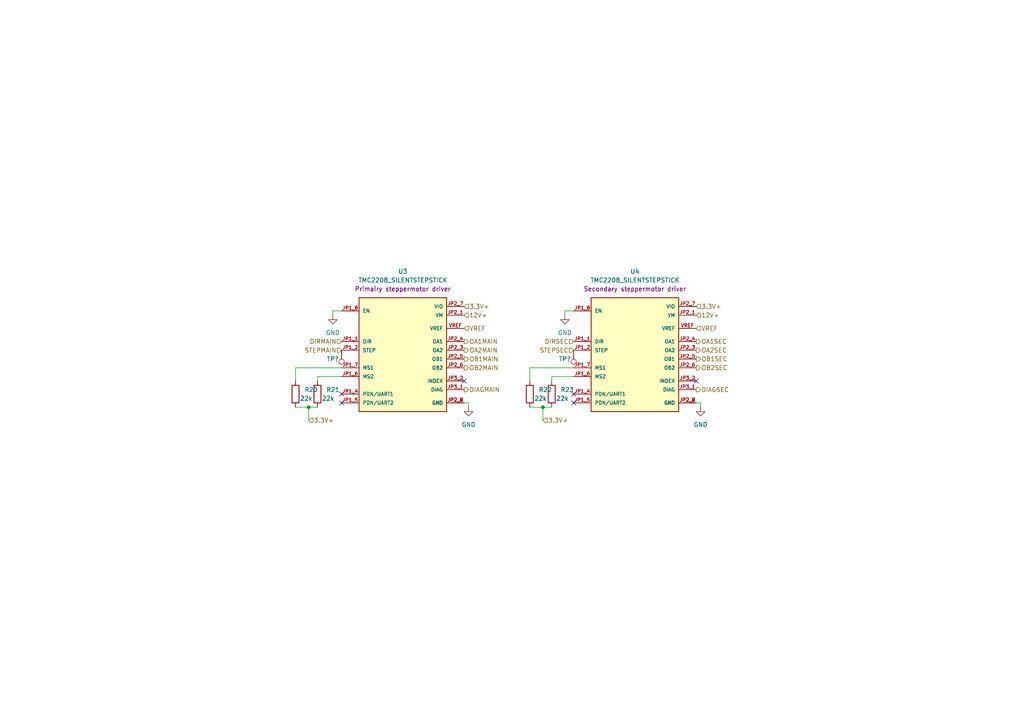
<source format=kicad_sch>
(kicad_sch (version 20211123) (generator eeschema)
  (paper "A4")
  (lib_symbols
    (symbol "Connector:TestPoint" (pin_numbers hide) (pin_names (offset 0.762) hide)
      (property "Reference" "TP" (at 0 6.858 0))
      (property "Value" "TestPoint" (at 0 5.08 0))
      (symbol "TestPoint_0_1"
        (circle (center 0 3.302) (radius 0.762))
      )
      (symbol "TestPoint_1_1"
        (pin passive line (at 0 0 90) (length 2.54) (name "1") (number "1"))
      )
    )
    (symbol "Device:R" (pin_numbers hide) (pin_names (offset 0))
      (property "Reference" "R" (at 2.032 0 90))
      (property "Value" "R" (at 0 0 90))
      (symbol "R_0_1"
        (rectangle (start -1.016 -2.54) (end 1.016 2.54) (stroke (width 0.254)))
      )
      (symbol "R_1_1"
        (pin passive line (at 0 3.81 270) (length 1.27) (name "~") (number "1"))
        (pin passive line (at 0 -3.81 90) (length 1.27) (name "~") (number "2"))
      )
    )
    (symbol "TMC2208_SILENTSTEPSTICK_1" (pin_names (offset 1.016))
      (property "Reference" "U?" (at 0 22.86 0))
      (property "Value" "TMC2208_SILENTSTEPSTICK_1" (at 0 20.32 0))
      (symbol "TMC2208_SILENTSTEPSTICK_1_0_0"
        (rectangle (start -12.7 17.78) (end 12.7 -15.24) (stroke (width 0.254)) (fill (type background)))
        (pin input line (at -17.78 5.08 0) (length 5.08) (name "DIR") (number "JP1_1"))
        (pin input line (at -17.78 2.54 0) (length 5.08) (name "STEP") (number "JP1_2"))
        (pin bidirectional line (at -17.78 -10.16 0) (length 5.08) (name "PDN/UART1") (number "JP1_4"))
        (pin bidirectional line (at -17.78 -12.7 0) (length 5.08) (name "PDN/UART2") (number "JP1_5"))
        (pin input line (at -17.78 -5.08 0) (length 5.08) (name "MS2") (number "JP1_6"))
        (pin input line (at -17.78 -2.54 0) (length 5.08) (name "MS1") (number "JP1_7"))
        (pin input line (at -17.78 13.97 0) (length 5.08) (name "EN") (number "JP1_8"))
        (pin power_in line (at 17.78 12.7 180) (length 5.08) (name "VM") (number "JP2_1"))
        (pin power_in line (at 17.78 -12.7 180) (length 5.08) (name "GND") (number "JP2_2"))
        (pin passive line (at 17.78 2.54 180) (length 5.08) (name "OA2") (number "JP2_3"))
        (pin passive line (at 17.78 5.08 180) (length 5.08) (name "OA1") (number "JP2_4"))
        (pin passive line (at 17.78 0 180) (length 5.08) (name "OB1") (number "JP2_5"))
        (pin passive line (at 17.78 -2.54 180) (length 5.08) (name "OB2") (number "JP2_6"))
        (pin power_in line (at 17.78 15.24 180) (length 5.08) (name "VIO") (number "JP2_7"))
        (pin power_in line (at 17.78 -12.7 180) (length 5.08) (name "GND") (number "JP2_8"))
        (pin output line (at 17.78 -8.89 180) (length 5.08) (name "DIAG") (number "JP3_1"))
        (pin output line (at 17.78 -6.35 180) (length 5.08) (name "INDEX") (number "JP3_2"))
        (pin passive line (at 17.78 8.89 180) (length 5.08) (name "VREF") (number "VREF"))
      )
    )
    (symbol "power:GND" (power) (pin_names (offset 0))
      (property "Value" "GND" (at 0 -3.81 0))
      (symbol "GND_0_1"
        (polyline (pts (xy 0 0) (xy 0 -1.27) (xy 1.27 -1.27) (xy 0 -2.54) (xy -1.27 -1.27) (xy 0 -1.27)))
      )
      (symbol "GND_1_1"
        (pin power_in line (at 0 0 270) (length 0) hide (name "GND") (number "1"))
      )
    )
  )
  (junction (at 157.48 118.11))
  (junction (at 89.535 118.11))
  (no_connect (at 166.37 114.3))
  (no_connect (at 201.93 110.49))
  (no_connect (at 134.62 110.49))
  (no_connect (at 99.06 114.3))
  (no_connect (at 99.06 116.84))
  (no_connect (at 166.37 116.84))
  (wire (pts (xy 203.2 116.84) (xy 201.93 116.84)))
  (wire (pts (xy 157.48 118.11) (xy 157.48 121.92)))
  (wire (pts (xy 135.89 118.11) (xy 135.89 116.84)))
  (wire (pts (xy 163.83 90.17) (xy 163.83 91.44)))
  (wire (pts (xy 92.075 109.22) (xy 99.06 109.22)))
  (wire (pts (xy 89.535 118.11) (xy 92.075 118.11)))
  (wire (pts (xy 99.06 106.68) (xy 85.725 106.68)))
  (wire (pts (xy 153.67 106.68) (xy 153.67 110.49)))
  (wire (pts (xy 160.02 109.22) (xy 160.02 110.49)))
  (wire (pts (xy 166.37 90.17) (xy 163.83 90.17)))
  (wire (pts (xy 85.725 106.68) (xy 85.725 110.49)))
  (wire (pts (xy 160.02 109.22) (xy 166.37 109.22)))
  (wire (pts (xy 153.67 106.68) (xy 166.37 106.68)))
  (wire (pts (xy 89.535 118.11) (xy 89.535 121.92)))
  (wire (pts (xy 153.67 118.11) (xy 157.48 118.11)))
  (wire (pts (xy 85.725 118.11) (xy 89.535 118.11)))
  (wire (pts (xy 96.52 90.17) (xy 96.52 91.44)))
  (wire (pts (xy 99.06 90.17) (xy 96.52 90.17)))
  (wire (pts (xy 203.2 118.11) (xy 203.2 116.84)))
  (wire (pts (xy 157.48 118.11) (xy 160.02 118.11)))
  (wire (pts (xy 135.89 116.84) (xy 134.62 116.84)))
  (wire (pts (xy 92.075 109.22) (xy 92.075 110.49)))
  (hierarchical_label "OB1SEC" (shape output) (at 201.93 104.14 0))
  (hierarchical_label "3.3V+" (shape input) (at 157.48 121.92 0))
  (hierarchical_label "VREF" (shape input) (at 201.93 95.25 0))
  (hierarchical_label "DIAGMAIN" (shape output) (at 134.62 113.03 0))
  (hierarchical_label "3.3V+" (shape input) (at 134.62 88.9 0))
  (hierarchical_label "STEPMAIN" (shape input) (at 99.06 101.6 180))
  (hierarchical_label "OA1SEC" (shape output) (at 201.93 99.06 0))
  (hierarchical_label "OA2SEC" (shape output) (at 201.93 101.6 0))
  (hierarchical_label "DIRSEC" (shape input) (at 166.37 99.06 180))
  (hierarchical_label "VREF" (shape input) (at 134.62 95.25 0))
  (hierarchical_label "OA2MAIN" (shape output) (at 134.62 101.6 0))
  (hierarchical_label "12V+" (shape input) (at 134.62 91.44 0))
  (hierarchical_label "STEPSEC" (shape input) (at 166.37 101.6 180))
  (hierarchical_label "DIAGSEC" (shape output) (at 201.93 113.03 0))
  (hierarchical_label "3.3V+" (shape input) (at 201.93 88.9 0))
  (hierarchical_label "12V+" (shape input) (at 201.93 91.44 0))
  (hierarchical_label "OA1MAIN" (shape output) (at 134.62 99.06 0))
  (hierarchical_label "3.3V+" (shape input) (at 89.535 121.92 0))
  (hierarchical_label "OB2MAIN" (shape output) (at 134.62 106.68 0))
  (hierarchical_label "OB1MAIN" (shape output) (at 134.62 104.14 0))
  (hierarchical_label "DIRMAIN" (shape input) (at 99.06 99.06 180))
  (hierarchical_label "OB2SEC" (shape output) (at 201.93 106.68 0))
  (symbol (lib_id "Connector:TestPoint") (at 166.37 101.6 180) (unit 1)
    (property "Reference" "TP?" (at 163.83 104.14 0))
    (property "Value" "TestPoint" (effects hide))
  )
  (symbol (lib_name "TMC2208_SILENTSTEPSTICK_1") (lib_id "TMC2208_SILENTSTEPSTICK:TMC2208_SILENTSTEPSTICK") (at 184.15 104.14 0) (unit 1)
    (property "Reference" "U4" (at 184.15 78.74 0))
    (property "Value" "TMC2208_SILENTSTEPSTICK" (at 184.15 81.28 0))
    (property "Footprint" "Footprints:TMC2208_SILENTSTEPSTICK" (effects hide))
    (property "MANUFACTURER" "Trinamic Motion" (effects hide))
    (property "Purpose" "Secondary steppermotor driver" (at 184.15 83.82 0))
  )
  (symbol (lib_id "power:GND") (at 203.2 118.11 0) (unit 1)
    (property "Reference" "#PWR0114" (effects hide))
    (property "Value" "GND" (at 203.2 123.19 0))
  )
  (symbol (lib_id "Device:R") (at 153.67 114.3 0) (unit 1)
    (property "Reference" "R22" (at 156.21 113.0299 0) (effects (justify left)))
    (property "Value" "22k" (at 154.94 115.57 0) (effects (justify left)))
    (property "Footprint" "Resistor_SMD:R_1206_3216Metric_Pad1.30x1.75mm_HandSolder" (effects hide))
  )
  (symbol (lib_id "Device:R") (at 92.075 114.3 0) (unit 1)
    (property "Reference" "R21" (at 94.615 113.0299 0) (effects (justify left)))
    (property "Value" "22k" (at 93.345 115.57 0) (effects (justify left)))
    (property "Footprint" "Resistor_SMD:R_1206_3216Metric_Pad1.30x1.75mm_HandSolder" (effects hide))
  )
  (symbol (lib_id "power:GND") (at 163.83 91.44 0) (unit 1)
    (property "Reference" "#PWR0111" (effects hide))
    (property "Value" "GND" (at 163.83 96.52 0))
  )
  (symbol (lib_id "power:GND") (at 135.89 118.11 0) (unit 1)
    (property "Reference" "#PWR0113" (effects hide))
    (property "Value" "GND" (at 135.89 123.19 0))
  )
  (symbol (lib_id "power:GND") (at 96.52 91.44 0) (unit 1)
    (property "Reference" "#PWR0112" (effects hide))
    (property "Value" "GND" (at 96.52 96.52 0))
  )
  (symbol (lib_id "Device:R") (at 160.02 114.3 0) (unit 1)
    (property "Reference" "R23" (at 162.56 113.0299 0) (effects (justify left)))
    (property "Value" "22k" (at 161.29 115.57 0) (effects (justify left)))
    (property "Footprint" "Resistor_SMD:R_1206_3216Metric_Pad1.30x1.75mm_HandSolder" (effects hide))
  )
  (symbol (lib_name "TMC2208_SILENTSTEPSTICK_1") (lib_id "TMC2208_SILENTSTEPSTICK:TMC2208_SILENTSTEPSTICK") (at 116.84 104.14 0) (unit 1)
    (property "Reference" "U3" (at 116.84 78.74 0))
    (property "Value" "TMC2208_SILENTSTEPSTICK" (at 116.84 81.28 0))
    (property "Footprint" "Footprints:TMC2208_SILENTSTEPSTICK" (effects hide))
    (property "MANUFACTURER" "Trinamic Motion" (effects hide))
    (property "Purpose" "Primairy steppermotor driver" (at 116.84 83.82 0))
  )
  (symbol (lib_id "Device:R") (at 85.725 114.3 0) (unit 1)
    (property "Reference" "R20" (at 88.265 113.0299 0) (effects (justify left)))
    (property "Value" "22k" (at 86.995 115.57 0) (effects (justify left)))
    (property "Footprint" "Resistor_SMD:R_1206_3216Metric_Pad1.30x1.75mm_HandSolder" (effects hide))
  )
  (symbol (lib_id "Connector:TestPoint") (at 99.06 101.6 180) (unit 1)
    (property "Reference" "TP?" (at 96.52 104.14 0))
    (property "Value" "TestPoint" (effects hide))
  )
)
</source>
